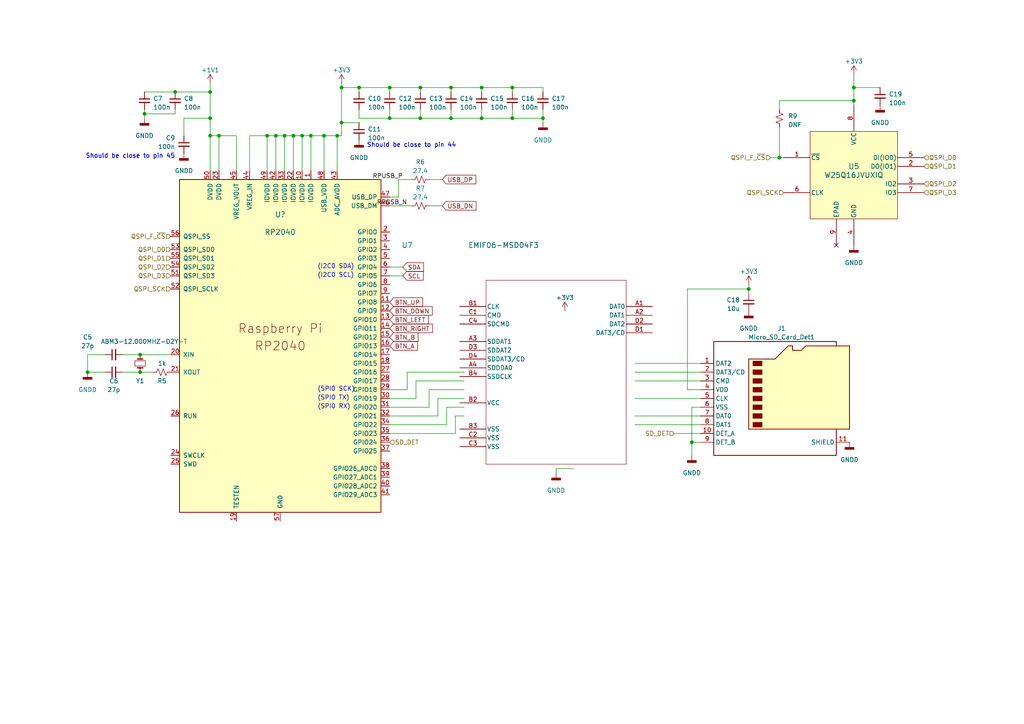
<source format=kicad_sch>
(kicad_sch (version 20230121) (generator eeschema)
  (paper "A4")
  (lib_symbols
    (symbol "Connector:Micro_SD_Card_Det2"
      (property "Reference" "J" (at -16.51 17.78 0))
      (property "Value" "Micro_SD_Card_Det2" (at 16.51 17.78 0))
      (symbol "Micro_SD_Card_Det2_0_1"
        (rectangle (start -7.62 -6.985) (end -5.08 -8.255) (stroke (width 0.254)) (fill (type outline)))
        (rectangle (start -7.62 -4.445) (end -5.08 -5.715) (stroke (width 0.254)) (fill (type outline)))
        (rectangle (start -7.62 -1.905) (end -5.08 -3.175) (stroke (width 0.254)) (fill (type outline)))
        (rectangle (start -7.62 0.635) (end -5.08 -0.635) (stroke (width 0.254)) (fill (type outline)))
        (rectangle (start -7.62 3.175) (end -5.08 1.905) (stroke (width 0.254)) (fill (type outline)))
        (rectangle (start -7.62 5.715) (end -5.08 4.445) (stroke (width 0.254)) (fill (type outline)))
        (rectangle (start -7.62 8.255) (end -5.08 6.985) (stroke (width 0.254)) (fill (type outline)))
        (rectangle (start -7.62 10.795) (end -5.08 9.525) (stroke (width 0.254)) (fill (type outline)))
        (polyline (pts (xy 16.51 15.24) (xy 16.51 16.51) (xy -19.05 16.51) (xy -19.05 -16.51) (xy 16.51 -16.51) (xy 16.51 -8.89)) (stroke (width 0.254)))
        (polyline (pts (xy -8.89 -8.89) (xy -8.89 11.43) (xy -1.27 11.43) (xy 2.54 15.24) (xy 3.81 15.24) (xy 3.81 13.97) (xy 6.35 13.97) (xy 7.62 15.24) (xy 20.32 15.24) (xy 20.32 -8.89) (xy -8.89 -8.89)) (stroke (width 0.254)) (fill (type background)))
      )
      (symbol "Micro_SD_Card_Det2_1_1"
        (pin bidirectional line (at -22.86 10.16 0) (length 3.81) (name "DAT2") (number "1"))
        (pin passive line (at -22.86 -10.16 0) (length 3.81) (name "DET_A") (number "10"))
        (pin passive line (at 20.32 -12.7 180) (length 3.81) (name "SHIELD") (number "11"))
        (pin bidirectional line (at -22.86 7.62 0) (length 3.81) (name "DAT3/CD") (number "2"))
        (pin input line (at -22.86 5.08 0) (length 3.81) (name "CMD") (number "3"))
        (pin power_in line (at -22.86 2.54 0) (length 3.81) (name "VDD") (number "4"))
        (pin input line (at -22.86 0 0) (length 3.81) (name "CLK") (number "5"))
        (pin power_in line (at -22.86 -2.54 0) (length 3.81) (name "VSS") (number "6"))
        (pin bidirectional line (at -22.86 -5.08 0) (length 3.81) (name "DAT0") (number "7"))
        (pin bidirectional line (at -22.86 -7.62 0) (length 3.81) (name "DAT1") (number "8"))
        (pin passive line (at -22.86 -12.7 0) (length 3.81) (name "DET_B") (number "9"))
      )
    )
    (symbol "Device:C_Small" (pin_numbers hide) (pin_names (offset 0.254) hide)
      (property "Reference" "C" (at 0.254 1.778 0))
      (property "Value" "C_Small" (at 0.254 -2.032 0))
      (symbol "C_Small_0_1"
        (polyline (pts (xy -1.524 -0.508) (xy 1.524 -0.508)) (stroke (width 0.3302)))
        (polyline (pts (xy -1.524 0.508) (xy 1.524 0.508)) (stroke (width 0.3048)))
      )
      (symbol "C_Small_1_1"
        (pin passive line (at 0 2.54 270) (length 2.032) (name "~") (number "1"))
        (pin passive line (at 0 -2.54 90) (length 2.032) (name "~") (number "2"))
      )
    )
    (symbol "Device:Crystal_Small" (pin_numbers hide) (pin_names (offset 1.016) hide)
      (property "Reference" "Y" (at 0 2.54 0))
      (property "Value" "Crystal_Small" (at 0 -2.54 0))
      (symbol "Crystal_Small_0_1"
        (rectangle (start -0.762 -1.524) (end 0.762 1.524))
        (polyline (pts (xy -1.27 -0.762) (xy -1.27 0.762)) (stroke (width 0.381)))
        (polyline (pts (xy 1.27 -0.762) (xy 1.27 0.762)) (stroke (width 0.381)))
      )
      (symbol "Crystal_Small_1_1"
        (pin passive line (at -2.54 0 0) (length 1.27) (name "1") (number "1"))
        (pin passive line (at 2.54 0 180) (length 1.27) (name "2") (number "2"))
      )
    )
    (symbol "Device:R_Small_US" (pin_numbers hide) (pin_names (offset 0.254) hide)
      (property "Reference" "R" (at 0.762 0.508 0))
      (property "Value" "R_Small_US" (at 0.762 -1.016 0))
      (symbol "R_Small_US_1_1"
        (polyline (pts (xy 0 0) (xy 1.016 -0.381) (xy 0 -0.762) (xy -1.016 -1.143) (xy 0 -1.524)))
        (polyline (pts (xy 0 1.524) (xy 1.016 1.143) (xy 0 0.762) (xy -1.016 0.381) (xy 0 0)))
        (pin passive line (at 0 2.54 270) (length 1.016) (name "~") (number "1"))
        (pin passive line (at 0 -2.54 90) (length 1.016) (name "~") (number "2"))
      )
    )
    (symbol "W25Q16JVUX:W25Q16JVUXIQ" (pin_names (offset 0.254))
      (property "Reference" "U6" (at 0 2.54 0))
      (property "Value" "W25Q16JVUXIQ" (at 0 0 0))
      (symbol "W25Q16JVUXIQ_0_1"
        (pin unspecified line (at 20.32 2.54 180) (length 7.62) (name "DO(IO1)") (number "2"))
        (pin unspecified line (at 0 -20.32 90) (length 7.62) (name "GND") (number "4"))
        (pin unspecified line (at -20.32 -5.08 0) (length 7.62) (name "CLK") (number "6"))
        (pin unspecified line (at 0 20.32 270) (length 7.62) (name "VCC") (number "8"))
        (pin unspecified line (at -5.08 -20.32 90) (length 7.62) (name "EPAD") (number "9"))
      )
      (symbol "W25Q16JVUXIQ_1_1"
        (rectangle (start -12.7 12.7) (end 12.7 -12.7) (fill (type background)))
        (pin unspecified line (at -20.32 5.08 0) (length 7.62) (name "~{CS}") (number "1"))
        (pin unspecified line (at 20.32 -2.54 180) (length 7.62) (name "IO2") (number "3"))
        (pin unspecified line (at 20.32 5.08 180) (length 7.62) (name "DI(IO0)") (number "5"))
        (pin unspecified line (at 20.32 -5.08 180) (length 7.62) (name "IO3") (number "7"))
      )
    )
    (symbol "power:+1V1" (power) (pin_names (offset 0))
      (property "Value" "+1V1" (at 0 3.556 0))
      (symbol "+1V1_0_1"
        (polyline (pts (xy -0.762 1.27) (xy 0 2.54)))
        (polyline (pts (xy 0 0) (xy 0 2.54)))
        (polyline (pts (xy 0 2.54) (xy 0.762 1.27)))
      )
      (symbol "+1V1_1_1"
        (pin power_in line (at 0 0 90) (length 0) hide (name "+1V1") (number "1"))
      )
    )
    (symbol "power:+3V3" (power) (pin_names (offset 0))
      (property "Value" "+3V3" (at 0 3.556 0))
      (symbol "+3V3_0_1"
        (polyline (pts (xy -0.762 1.27) (xy 0 2.54)))
        (polyline (pts (xy 0 0) (xy 0 2.54)))
        (polyline (pts (xy 0 2.54) (xy 0.762 1.27)))
      )
      (symbol "+3V3_1_1"
        (pin power_in line (at 0 0 90) (length 0) hide (name "+3V3") (number "1"))
      )
    )
    (symbol "power:GNDD" (power) (pin_names (offset 0))
      (property "Value" "GNDD" (at 0 -3.175 0))
      (symbol "GNDD_0_1"
        (rectangle (start -1.27 -1.524) (end 1.27 -2.032) (stroke (width 0.254)) (fill (type outline)))
        (polyline (pts (xy 0 0) (xy 0 -1.524)))
      )
      (symbol "GNDD_1_1"
        (pin power_in line (at 0 0 270) (length 0) hide (name "GNDD") (number "1"))
      )
    )
    (symbol "vgmplayer:EMIF06-MSD04F3" (pin_names (offset 0.254))
      (property "Reference" "U" (at 27.94 12.7 0))
      (property "Value" "EMIF06-MSD04F3" (at 27.94 10.16 0))
      (symbol "EMIF06-MSD04F3_0_1"
        (polyline (pts (xy 7.62 -45.72) (xy 48.26 -45.72)) (stroke (width 0.127)))
        (polyline (pts (xy 7.62 7.62) (xy 7.62 -45.72)) (stroke (width 0.127)))
        (polyline (pts (xy 48.26 -45.72) (xy 48.26 7.62)) (stroke (width 0.127)))
        (polyline (pts (xy 48.26 7.62) (xy 7.62 7.62)) (stroke (width 0.127)))
        (pin bidirectional line (at 55.88 0 180) (length 7.62) (name "DAT0") (number "A1"))
        (pin bidirectional line (at 55.88 -2.54 180) (length 7.62) (name "DAT1") (number "A2"))
        (pin bidirectional line (at 0 -10.16 0) (length 7.62) (name "SDDAT1") (number "A3"))
        (pin unspecified line (at 0 -17.78 0) (length 7.62) (name "SDDDA0") (number "A4"))
        (pin unspecified line (at 0 0 0) (length 7.62) (name "CLK") (number "B1"))
        (pin power_in line (at 0 -27.94 0) (length 7.62) (name "VCC") (number "B2"))
        (pin power_out line (at 0 -35.56 0) (length 7.62) (name "VSS") (number "B3"))
        (pin unspecified line (at 0 -20.32 0) (length 7.62) (name "SSDCLK") (number "B4"))
        (pin unspecified line (at 0 -2.54 0) (length 7.62) (name "CMD") (number "C1"))
        (pin power_out line (at 0 -38.1 0) (length 7.62) (name "VSS") (number "C2"))
        (pin power_out line (at 0 -40.64 0) (length 7.62) (name "VSS") (number "C3"))
        (pin unspecified line (at 0 -5.08 0) (length 7.62) (name "SDCMD") (number "C4"))
        (pin bidirectional line (at 55.88 -7.62 180) (length 7.62) (name "DAT3/CD") (number "D1"))
        (pin bidirectional line (at 55.88 -5.08 180) (length 7.62) (name "DAT2") (number "D2"))
        (pin bidirectional line (at 0 -12.7 0) (length 7.62) (name "SDDAT2") (number "D3"))
        (pin bidirectional line (at 0 -15.24 0) (length 7.62) (name "SDDAT3/CD") (number "D4"))
      )
    )
    (symbol "vgmplayer:RP2040" (pin_names (offset 1.016))
      (property "Reference" "U" (at -29.21 49.53 0))
      (property "Value" "RP2040" (at 24.13 -49.53 0))
      (symbol "RP2040_0_0"
        (text "Raspberry Pi" (at 0 5.08 0) (effects (font (size 2.54 2.54))))
        (text "RP2040" (at 0 0 0) (effects (font (size 2.54 2.54))))
      )
      (symbol "RP2040_0_1"
        (rectangle (start 29.21 48.26) (end -29.21 -48.26) (stroke (width 0.254)) (fill (type background)))
      )
      (symbol "RP2040_1_1"
        (pin power_in line (at 8.89 50.8 270) (length 2.54) (name "IOVDD") (number "1"))
        (pin power_in line (at 6.35 50.8 270) (length 2.54) (name "IOVDD") (number "10"))
        (pin bidirectional line (at 31.75 12.7 180) (length 2.54) (name "GPIO8") (number "11"))
        (pin bidirectional line (at 31.75 10.16 180) (length 2.54) (name "GPIO9") (number "12"))
        (pin bidirectional line (at 31.75 7.62 180) (length 2.54) (name "GPIO10") (number "13"))
        (pin bidirectional line (at 31.75 5.08 180) (length 2.54) (name "GPIO11") (number "14"))
        (pin bidirectional line (at 31.75 2.54 180) (length 2.54) (name "GPIO12") (number "15"))
        (pin bidirectional line (at 31.75 0 180) (length 2.54) (name "GPIO13") (number "16"))
        (pin bidirectional line (at 31.75 -2.54 180) (length 2.54) (name "GPIO14") (number "17"))
        (pin bidirectional line (at 31.75 -5.08 180) (length 2.54) (name "GPIO15") (number "18"))
        (pin passive line (at -12.7 -50.8 90) (length 2.54) (name "TESTEN") (number "19"))
        (pin bidirectional line (at 31.75 33.02 180) (length 2.54) (name "GPIO0") (number "2"))
        (pin input line (at -31.75 -2.54 0) (length 2.54) (name "XIN") (number "20"))
        (pin passive line (at -31.75 -7.62 0) (length 2.54) (name "XOUT") (number "21"))
        (pin power_in line (at 3.81 50.8 270) (length 2.54) (name "IOVDD") (number "22"))
        (pin power_in line (at -17.78 50.8 270) (length 2.54) (name "DVDD") (number "23"))
        (pin output line (at -31.75 -31.75 0) (length 2.54) (name "SWCLK") (number "24"))
        (pin bidirectional line (at -31.75 -34.29 0) (length 2.54) (name "SWD") (number "25"))
        (pin input line (at -31.75 -20.32 0) (length 2.54) (name "RUN") (number "26"))
        (pin bidirectional line (at 31.75 -7.62 180) (length 2.54) (name "GPIO16") (number "27"))
        (pin bidirectional line (at 31.75 -10.16 180) (length 2.54) (name "GPIO17") (number "28"))
        (pin bidirectional line (at 31.75 -12.7 180) (length 2.54) (name "GPIO18") (number "29"))
        (pin bidirectional line (at 31.75 30.48 180) (length 2.54) (name "GPIO1") (number "3"))
        (pin bidirectional line (at 31.75 -15.24 180) (length 2.54) (name "GPIO19") (number "30"))
        (pin bidirectional line (at 31.75 -17.78 180) (length 2.54) (name "GPIO20") (number "31"))
        (pin bidirectional line (at 31.75 -20.32 180) (length 2.54) (name "GPIO21") (number "32"))
        (pin power_in line (at 1.27 50.8 270) (length 2.54) (name "IOVDD") (number "33"))
        (pin bidirectional line (at 31.75 -22.86 180) (length 2.54) (name "GPIO22") (number "34"))
        (pin bidirectional line (at 31.75 -25.4 180) (length 2.54) (name "GPIO23") (number "35"))
        (pin bidirectional line (at 31.75 -27.94 180) (length 2.54) (name "GPIO24") (number "36"))
        (pin bidirectional line (at 31.75 -30.48 180) (length 2.54) (name "GPIO25") (number "37"))
        (pin bidirectional line (at 31.75 -35.56 180) (length 2.54) (name "GPIO26_ADC0") (number "38"))
        (pin bidirectional line (at 31.75 -38.1 180) (length 2.54) (name "GPIO27_ADC1") (number "39"))
        (pin bidirectional line (at 31.75 27.94 180) (length 2.54) (name "GPIO2") (number "4"))
        (pin bidirectional line (at 31.75 -40.64 180) (length 2.54) (name "GPIO28_ADC2") (number "40"))
        (pin bidirectional line (at 31.75 -43.18 180) (length 2.54) (name "GPIO29_ADC3") (number "41"))
        (pin power_in line (at -1.27 50.8 270) (length 2.54) (name "IOVDD") (number "42"))
        (pin power_in line (at 16.51 50.8 270) (length 2.54) (name "ADC_AVDD") (number "43"))
        (pin power_in line (at -8.89 50.8 270) (length 2.54) (name "VREG_IN") (number "44"))
        (pin power_out line (at -12.7 50.8 270) (length 2.54) (name "VREG_VOUT") (number "45"))
        (pin bidirectional line (at 31.75 40.64 180) (length 2.54) (name "USB_DM") (number "46"))
        (pin bidirectional line (at 31.75 43.18 180) (length 2.54) (name "USB_DP") (number "47"))
        (pin power_in line (at 12.7 50.8 270) (length 2.54) (name "USB_VDD") (number "48"))
        (pin power_in line (at -3.81 50.8 270) (length 2.54) (name "IOVDD") (number "49"))
        (pin bidirectional line (at 31.75 25.4 180) (length 2.54) (name "GPIO3") (number "5"))
        (pin power_in line (at -20.32 50.8 270) (length 2.54) (name "DVDD") (number "50"))
        (pin bidirectional line (at -31.75 20.32 0) (length 2.54) (name "QSPI_SD3") (number "51"))
        (pin output line (at -31.75 16.51 0) (length 2.54) (name "QSPI_SCLK") (number "52"))
        (pin bidirectional line (at -31.75 27.94 0) (length 2.54) (name "QSPI_SD0") (number "53"))
        (pin bidirectional line (at -31.75 22.86 0) (length 2.54) (name "QSPI_SD2") (number "54"))
        (pin bidirectional line (at -31.75 25.4 0) (length 2.54) (name "QSPI_SD1") (number "55"))
        (pin bidirectional line (at -31.75 31.75 0) (length 2.54) (name "QSPI_SS") (number "56"))
        (pin power_in line (at 0 -50.8 90) (length 2.54) (name "GND") (number "57"))
        (pin bidirectional line (at 31.75 22.86 180) (length 2.54) (name "GPIO4") (number "6"))
        (pin bidirectional line (at 31.75 20.32 180) (length 2.54) (name "GPIO5") (number "7"))
        (pin bidirectional line (at 31.75 17.78 180) (length 2.54) (name "GPIO6") (number "8"))
        (pin bidirectional line (at 31.75 15.24 180) (length 2.54) (name "GPIO7") (number "9"))
      )
    )
  )
  (junction (at 77.47 39.37))
  (junction (at 85.09 39.37))
  (junction (at 40.64 107.95))
  (junction (at 247.65 29.21))
  (junction (at 121.92 25.4))
  (junction (at 25.4 107.95))
  (junction (at 148.59 34.29))
  (junction (at 93.98 39.37))
  (junction (at 130.81 25.4))
  (junction (at 148.59 25.4))
  (junction (at 40.64 102.87))
  (junction (at 139.7 34.29))
  (junction (at 247.65 25.4))
  (junction (at 99.06 25.4))
  (junction (at 217.17 83.82))
  (junction (at 113.03 34.29))
  (junction (at 226.06 45.72))
  (junction (at 90.17 39.37))
  (junction (at 97.79 39.37))
  (junction (at 139.7 25.4))
  (junction (at 60.96 34.29))
  (junction (at 113.03 25.4))
  (junction (at 80.01 39.37))
  (junction (at 60.96 39.37))
  (junction (at 99.06 35.56))
  (junction (at 157.48 34.29))
  (junction (at 200.66 128.27))
  (junction (at 104.14 25.4))
  (junction (at 82.55 39.37))
  (junction (at 87.63 39.37))
  (junction (at 130.81 34.29))
  (junction (at 63.5 39.37))
  (junction (at 50.8 26.67))
  (junction (at 41.91 33.02))
  (junction (at 121.92 34.29))
  (junction (at 60.96 26.67))
  (no_connect (at 242.57 71.12))
  (wire (pts (xy 63.5 39.37) (xy 68.58 39.37)))
  (wire (pts (xy 129.54 123.19) (xy 129.54 118.11)))
  (wire (pts (xy 99.06 35.56) (xy 104.14 35.56)))
  (wire (pts (xy 130.81 25.4) (xy 139.7 25.4)))
  (wire (pts (xy 121.92 25.4) (xy 121.92 26.67)))
  (wire (pts (xy 63.5 39.37) (xy 63.5 49.53)))
  (wire (pts (xy 99.06 24.13) (xy 99.06 25.4)))
  (wire (pts (xy 247.65 21.59) (xy 247.65 25.4)))
  (wire (pts (xy 60.96 34.29) (xy 60.96 39.37)))
  (wire (pts (xy 104.14 26.67) (xy 104.14 25.4)))
  (wire (pts (xy 217.17 83.82) (xy 199.39 83.82)))
  (wire (pts (xy 139.7 31.75) (xy 139.7 34.29)))
  (wire (pts (xy 184.15 115.57) (xy 203.2 115.57)))
  (wire (pts (xy 60.96 26.67) (xy 60.96 34.29)))
  (wire (pts (xy 124.46 52.07) (xy 128.27 52.07)))
  (wire (pts (xy 247.65 25.4) (xy 247.65 29.21)))
  (wire (pts (xy 118.11 113.03) (xy 118.11 107.95)))
  (wire (pts (xy 200.66 118.11) (xy 200.66 128.27)))
  (wire (pts (xy 199.39 83.82) (xy 199.39 113.03)))
  (wire (pts (xy 115.57 52.07) (xy 119.38 52.07)))
  (wire (pts (xy 161.29 135.89) (xy 161.29 137.16)))
  (wire (pts (xy 97.79 39.37) (xy 97.79 49.53)))
  (wire (pts (xy 104.14 34.29) (xy 113.03 34.29)))
  (wire (pts (xy 121.92 34.29) (xy 130.81 34.29)))
  (wire (pts (xy 77.47 39.37) (xy 72.39 39.37)))
  (wire (pts (xy 203.2 118.11) (xy 200.66 118.11)))
  (wire (pts (xy 25.4 107.95) (xy 25.4 102.87)))
  (wire (pts (xy 25.4 107.95) (xy 30.48 107.95)))
  (wire (pts (xy 90.17 39.37) (xy 93.98 39.37)))
  (wire (pts (xy 40.64 107.95) (xy 44.45 107.95)))
  (wire (pts (xy 139.7 34.29) (xy 148.59 34.29)))
  (wire (pts (xy 113.03 59.69) (xy 119.38 59.69)))
  (wire (pts (xy 41.91 26.67) (xy 50.8 26.67)))
  (wire (pts (xy 113.03 120.65) (xy 127 120.65)))
  (wire (pts (xy 120.65 110.49) (xy 134.62 110.49)))
  (wire (pts (xy 113.03 123.19) (xy 129.54 123.19)))
  (wire (pts (xy 116.84 77.47) (xy 113.03 77.47)))
  (wire (pts (xy 113.03 31.75) (xy 113.03 34.29)))
  (wire (pts (xy 217.17 82.55) (xy 217.17 83.82)))
  (wire (pts (xy 41.91 33.02) (xy 41.91 34.29)))
  (wire (pts (xy 247.65 29.21) (xy 247.65 30.48)))
  (wire (pts (xy 53.34 39.37) (xy 53.34 34.29)))
  (wire (pts (xy 87.63 39.37) (xy 87.63 49.53)))
  (wire (pts (xy 118.11 107.95) (xy 134.62 107.95)))
  (wire (pts (xy 53.34 34.29) (xy 60.96 34.29)))
  (wire (pts (xy 41.91 31.75) (xy 41.91 33.02)))
  (wire (pts (xy 50.8 26.67) (xy 60.96 26.67)))
  (wire (pts (xy 157.48 34.29) (xy 157.48 31.75)))
  (wire (pts (xy 25.4 102.87) (xy 30.48 102.87)))
  (wire (pts (xy 184.15 123.19) (xy 203.2 123.19)))
  (wire (pts (xy 60.96 39.37) (xy 63.5 39.37)))
  (wire (pts (xy 93.98 39.37) (xy 97.79 39.37)))
  (wire (pts (xy 161.29 135.89) (xy 166.37 135.89)))
  (wire (pts (xy 35.56 102.87) (xy 40.64 102.87)))
  (wire (pts (xy 113.03 25.4) (xy 121.92 25.4)))
  (wire (pts (xy 124.46 118.11) (xy 124.46 113.03)))
  (wire (pts (xy 226.06 31.75) (xy 226.06 29.21)))
  (wire (pts (xy 203.2 113.03) (xy 199.39 113.03)))
  (wire (pts (xy 184.15 120.65) (xy 203.2 120.65)))
  (wire (pts (xy 104.14 25.4) (xy 99.06 25.4)))
  (wire (pts (xy 121.92 31.75) (xy 121.92 34.29)))
  (wire (pts (xy 139.7 25.4) (xy 139.7 26.67)))
  (wire (pts (xy 40.64 102.87) (xy 49.53 102.87)))
  (wire (pts (xy 130.81 31.75) (xy 130.81 34.29)))
  (wire (pts (xy 130.81 25.4) (xy 130.81 26.67)))
  (wire (pts (xy 113.03 125.73) (xy 132.08 125.73)))
  (wire (pts (xy 148.59 25.4) (xy 148.59 26.67)))
  (wire (pts (xy 148.59 34.29) (xy 157.48 34.29)))
  (wire (pts (xy 90.17 39.37) (xy 90.17 49.53)))
  (wire (pts (xy 85.09 39.37) (xy 87.63 39.37)))
  (wire (pts (xy 113.03 34.29) (xy 121.92 34.29)))
  (wire (pts (xy 104.14 25.4) (xy 113.03 25.4)))
  (wire (pts (xy 217.17 83.82) (xy 217.17 85.09)))
  (wire (pts (xy 226.06 45.72) (xy 227.33 45.72)))
  (wire (pts (xy 226.06 29.21) (xy 247.65 29.21)))
  (wire (pts (xy 113.03 113.03) (xy 118.11 113.03)))
  (wire (pts (xy 113.03 118.11) (xy 124.46 118.11)))
  (wire (pts (xy 99.06 39.37) (xy 99.06 35.56)))
  (wire (pts (xy 113.03 25.4) (xy 113.03 26.67)))
  (wire (pts (xy 113.03 57.15) (xy 115.57 57.15)))
  (wire (pts (xy 247.65 25.4) (xy 255.27 25.4)))
  (wire (pts (xy 127 120.65) (xy 127 115.57)))
  (wire (pts (xy 127 115.57) (xy 134.62 115.57)))
  (wire (pts (xy 203.2 128.27) (xy 200.66 128.27)))
  (wire (pts (xy 120.65 115.57) (xy 120.65 110.49)))
  (wire (pts (xy 184.15 107.95) (xy 203.2 107.95)))
  (wire (pts (xy 124.46 59.69) (xy 128.27 59.69)))
  (wire (pts (xy 184.15 110.49) (xy 203.2 110.49)))
  (wire (pts (xy 195.58 125.73) (xy 203.2 125.73)))
  (wire (pts (xy 132.08 125.73) (xy 132.08 120.65)))
  (wire (pts (xy 184.15 105.41) (xy 203.2 105.41)))
  (wire (pts (xy 80.01 39.37) (xy 80.01 49.53)))
  (wire (pts (xy 157.48 34.29) (xy 157.48 35.56)))
  (wire (pts (xy 72.39 39.37) (xy 72.39 49.53)))
  (wire (pts (xy 157.48 25.4) (xy 157.48 26.67)))
  (wire (pts (xy 139.7 25.4) (xy 148.59 25.4)))
  (wire (pts (xy 87.63 39.37) (xy 90.17 39.37)))
  (wire (pts (xy 60.96 39.37) (xy 60.96 49.53)))
  (wire (pts (xy 82.55 39.37) (xy 85.09 39.37)))
  (wire (pts (xy 148.59 31.75) (xy 148.59 34.29)))
  (wire (pts (xy 113.03 115.57) (xy 120.65 115.57)))
  (wire (pts (xy 41.91 33.02) (xy 50.8 33.02)))
  (wire (pts (xy 68.58 39.37) (xy 68.58 49.53)))
  (wire (pts (xy 130.81 34.29) (xy 139.7 34.29)))
  (wire (pts (xy 223.52 45.72) (xy 226.06 45.72)))
  (wire (pts (xy 121.92 25.4) (xy 130.81 25.4)))
  (wire (pts (xy 80.01 39.37) (xy 77.47 39.37)))
  (wire (pts (xy 226.06 36.83) (xy 226.06 45.72)))
  (wire (pts (xy 93.98 39.37) (xy 93.98 49.53)))
  (wire (pts (xy 99.06 25.4) (xy 99.06 35.56)))
  (wire (pts (xy 116.84 80.01) (xy 113.03 80.01)))
  (wire (pts (xy 129.54 118.11) (xy 134.62 118.11)))
  (wire (pts (xy 104.14 31.75) (xy 104.14 34.29)))
  (wire (pts (xy 200.66 128.27) (xy 200.66 132.08)))
  (wire (pts (xy 35.56 107.95) (xy 40.64 107.95)))
  (wire (pts (xy 115.57 57.15) (xy 115.57 52.07)))
  (wire (pts (xy 124.46 113.03) (xy 134.62 113.03)))
  (wire (pts (xy 50.8 33.02) (xy 50.8 31.75)))
  (wire (pts (xy 132.08 120.65) (xy 134.62 120.65)))
  (wire (pts (xy 97.79 39.37) (xy 99.06 39.37)))
  (wire (pts (xy 77.47 39.37) (xy 77.47 49.53)))
  (wire (pts (xy 60.96 24.13) (xy 60.96 26.67)))
  (wire (pts (xy 82.55 39.37) (xy 82.55 49.53)))
  (wire (pts (xy 80.01 39.37) (xy 82.55 39.37)))
  (wire (pts (xy 148.59 25.4) (xy 157.48 25.4)))
  (wire (pts (xy 85.09 39.37) (xy 85.09 49.53)))
  (text "(I2C0 SCL)" (at 92.075 80.645 0) (effects (font (size 1.27 1.27)) (justify left bottom)))
  (text "(SPI0 TX)" (at 92.075 116.205 0) (effects (font (size 1.27 1.27)) (justify left bottom)))
  (text "(I2C0 SDA)" (at 92.075 78.105 0) (effects (font (size 1.27 1.27)) (justify left bottom)))
  (text "(SPI0 SCK)" (at 92.075 113.665 0) (effects (font (size 1.27 1.27)) (justify left bottom)))
  (text "(SPI0 RX)" (at 92.075 118.745 0) (effects (font (size 1.27 1.27)) (justify left bottom)))
  (label "RPUSB_P" (at 116.84 52.07 180))
  (label "RPUSB_N" (at 118.11 59.69 180))
  (global_label "USB_DN" (shape input) (at 128.27 59.69 0) (property "Intersheetrefs" "${INTERSHEET_REFS}" (effects hide)))
  (global_label "SCL" (shape input) (at 116.84 80.01 0) (property "Intersheetrefs" "${INTERSHEET_REFS}" (effects hide)))
  (global_label "BTN_DOWN" (shape input) (at 113.03 90.17 0) (property "Intersheetrefs" "${INTERSHEET_REFS}" (effects hide)))
  (global_label "BTN_A" (shape input) (at 113.03 100.33 0) (property "Intersheetrefs" "${INTERSHEET_REFS}" (effects hide)))
  (global_label "BTN_UP" (shape input) (at 113.03 87.63 0) (property "Intersheetrefs" "${INTERSHEET_REFS}" (effects hide)))
  (global_label "BTN_RIGHT" (shape input) (at 113.03 95.25 0) (property "Intersheetrefs" "${INTERSHEET_REFS}" (effects hide)))
  (global_label "BTN_LEFT" (shape input) (at 113.03 92.71 0) (property "Intersheetrefs" "${INTERSHEET_REFS}" (effects hide)))
  (global_label "USB_DP" (shape input) (at 128.27 52.07 0) (property "Intersheetrefs" "${INTERSHEET_REFS}" (effects hide)))
  (global_label "SDA" (shape input) (at 116.84 77.47 0) (property "Intersheetrefs" "${INTERSHEET_REFS}" (effects hide)))
  (global_label "BTN_B" (shape input) (at 113.03 97.79 0) (property "Intersheetrefs" "${INTERSHEET_REFS}" (effects hide)))
  (hierarchical_label "QSPI_D0" (shape input) (at 267.97 45.72 0))
  (hierarchical_label "QSPI_D1" (shape input) (at 267.97 48.26 0))
  (hierarchical_label "QSPI_D2" (shape input) (at 49.53 77.47 180))
  (hierarchical_label "SD_DET" (shape input) (at 195.58 125.73 180))
  (hierarchical_label "QSPI_D2" (shape input) (at 267.97 53.34 0))
  (hierarchical_label "QSPI_SCK" (shape input) (at 227.33 55.88 180))
  (hierarchical_label "QSPI_F_~{CS}" (shape input) (at 223.52 45.72 180))
  (hierarchical_label "SD_DET" (shape input) (at 113.03 128.27 0))
  (hierarchical_label "QSPI_D3" (shape input) (at 49.53 80.01 180))
  (hierarchical_label "QSPI_D0" (shape input) (at 49.53 72.39 180))
  (hierarchical_label "QSPI_D3" (shape input) (at 267.97 55.88 0))
  (hierarchical_label "QSPI_F_~{CS}" (shape input) (at 49.53 68.58 180))
  (hierarchical_label "QSPI_D1" (shape input) (at 49.53 74.93 180))
  (hierarchical_label "QSPI_SCK" (shape input) (at 49.53 83.82 180))
  (symbol (lib_id "Device:C_Small") (at 130.81 29.21 0) (unit 1)
    (property "Reference" "C14" (at 133.35 28.5813 0) (effects (justify left)))
    (property "Value" "100n" (at 133.35 31.1213 0) (effects (justify left)))
    (property "Footprint" "Capacitor_SMD:C_0402_1005Metric" (effects hide))
  )
  (symbol (lib_id "W25Q16JVUX:W25Q16JVUXIQ") (at 247.65 50.8 0) (unit 1)
    (property "Reference" "U5" (at 247.65 48.26 0) (effects (font (size 1.524 1.524))))
    (property "Value" "W25Q16JVUXIQ" (at 247.65 50.8 0) (effects (font (size 1.524 1.524))))
    (property "Footprint" "vgmplayer:W25Q16JVUXIQ_WIN" (effects hide))
    (property "Datasheet" "W25Q16JVUXIQ" (effects hide))
    (instances (project "gb_board" (path "" (reference "U5") (unit 1)) (path "" (reference "U6") (unit 1))))
  )
  (symbol (lib_id "power:GNDD") (at 217.17 90.17 0) (unit 1)
    (property "Reference" "#PWR030" (effects hide))
    (property "Value" "GNDD" (at 217.17 95.25 0))
  )
  (symbol (lib_id "Device:R_Small_US") (at 226.06 34.29 0) (unit 1)
    (property "Reference" "R9" (at 228.6 33.655 0) (effects (justify left)))
    (property "Value" "DNF" (at 228.6 36.195 0) (effects (justify left)))
    (property "Footprint" "Resistor_SMD:R_0402_1005Metric" (effects hide))
  )
  (symbol (lib_id "Device:R_Small_US") (at 121.92 59.69 90) (unit 1)
    (property "Reference" "R7" (at 121.92 54.61 90))
    (property "Value" "27.4" (at 121.92 57.15 90))
    (property "Footprint" "Resistor_SMD:R_0402_1005Metric" (effects hide))
  )
  (symbol (lib_id "power:+3V3") (at 163.83 90.17 0) (unit 1)
    (property "Reference" "#PWR037" (effects hide))
    (property "Value" "+3V3" (at 163.83 86.36 0))
  )
  (symbol (lib_id "power:GNDD") (at 255.27 30.48 0) (unit 1)
    (property "Reference" "#PWR034" (effects hide))
    (property "Value" "GNDD" (at 255.27 35.56 0))
  )
  (symbol (lib_id "power:+3V3") (at 217.17 82.55 0) (unit 1)
    (property "Reference" "#PWR029" (effects hide))
    (property "Value" "+3V3" (at 217.17 78.74 0))
  )
  (symbol (lib_id "Device:C_Small") (at 255.27 27.94 0) (unit 1)
    (property "Reference" "C19" (at 257.81 27.3113 0) (effects (justify left)))
    (property "Value" "100n" (at 257.81 29.8513 0) (effects (justify left)))
    (property "Footprint" "Capacitor_SMD:C_0402_1005Metric" (effects hide))
  )
  (symbol (lib_id "power:GNDD") (at 200.66 132.08 0) (unit 1)
    (property "Reference" "#PWR028" (effects hide))
    (property "Value" "GNDD" (at 200.66 137.16 0))
  )
  (symbol (lib_id "power:+3V3") (at 99.06 24.13 0) (unit 1)
    (property "Reference" "#PWR025" (effects hide))
    (property "Value" "+3V3" (at 99.06 20.32 0))
  )
  (symbol (lib_id "Device:C_Small") (at 104.14 29.21 0) (unit 1)
    (property "Reference" "C10" (at 106.68 28.5813 0) (effects (justify left)))
    (property "Value" "100n" (at 106.68 31.1213 0) (effects (justify left)))
    (property "Footprint" "Capacitor_SMD:C_0402_1005Metric" (effects hide))
  )
  (symbol (lib_id "Device:R_Small_US") (at 121.92 52.07 90) (unit 1)
    (property "Reference" "R6" (at 121.92 46.99 90))
    (property "Value" "27.4" (at 121.92 49.53 90))
    (property "Footprint" "Resistor_SMD:R_0402_1005Metric" (effects hide))
  )
  (symbol (lib_id "vgmplayer:EMIF06-MSD04F3") (at 133.35 88.9 0) (unit 1)
    (property "Reference" "U7" (at 118.11 71.12 0) (effects (font (size 1.524 1.524))))
    (property "Value" "EMIF06-MSD04F3" (at 146.05 71.12 0) (effects (font (size 1.524 1.524))))
    (property "Footprint" "vgmplayer:FLIPCHIP16_STM" (effects hide))
    (property "Datasheet" "EMIF06-MSD04F3" (effects hide))
  )
  (symbol (lib_id "Device:C_Small") (at 217.17 87.63 0) (mirror y) (unit 1)
    (property "Reference" "C18" (at 214.63 87.0013 0) (effects (justify left)))
    (property "Value" "10u" (at 214.63 89.5413 0) (effects (justify left)))
    (property "Footprint" "Capacitor_SMD:C_0603_1608Metric" (effects hide))
  )
  (symbol (lib_id "Device:C_Small") (at 157.48 29.21 0) (unit 1)
    (property "Reference" "C17" (at 160.02 28.5813 0) (effects (justify left)))
    (property "Value" "100n" (at 160.02 31.1213 0) (effects (justify left)))
    (property "Footprint" "Capacitor_SMD:C_0402_1005Metric" (effects hide))
  )
  (symbol (lib_id "Device:C_Small") (at 113.03 29.21 0) (unit 1)
    (property "Reference" "C12" (at 115.57 28.5813 0) (effects (justify left)))
    (property "Value" "100n" (at 115.57 31.1213 0) (effects (justify left)))
    (property "Footprint" "Capacitor_SMD:C_0402_1005Metric" (effects hide))
  )
  (symbol (lib_id "Device:Crystal_Small") (at 40.64 105.41 90) (mirror x) (unit 1)
    (property "Reference" "Y1" (at 39.37 110.49 90) (effects (justify right)))
    (property "Value" "ABM3-12.000MHZ-D2Y-T" (at 29.21 99.06 90) (effects (justify right)))
    (property "Footprint" "vgmplayer:XTAL_ABM3_ABR" (effects hide))
  )
  (symbol (lib_id "Device:C_Small") (at 50.8 29.21 0) (unit 1)
    (property "Reference" "C8" (at 53.34 28.5813 0) (effects (justify left)))
    (property "Value" "100n" (at 53.34 31.1213 0) (effects (justify left)))
    (property "Footprint" "Capacitor_SMD:C_0402_1005Metric" (effects hide))
  )
  (symbol (lib_id "power:GNDD") (at 246.38 128.27 0) (unit 1)
    (property "Reference" "#PWR033" (effects hide))
    (property "Value" "GNDD" (at 246.38 133.35 0))
  )
  (symbol (lib_id "power:GNDD") (at 25.4 107.95 0) (unit 1)
    (property "Reference" "#PWR021" (effects hide))
    (property "Value" "GNDD" (at 25.4 113.03 0))
  )
  (symbol (lib_id "Device:C_Small") (at 121.92 29.21 0) (unit 1)
    (property "Reference" "C13" (at 124.46 28.5813 0) (effects (justify left)))
    (property "Value" "100n" (at 124.46 31.1213 0) (effects (justify left)))
    (property "Footprint" "Capacitor_SMD:C_0402_1005Metric" (effects hide))
  )
  (symbol (lib_id "Device:C_Small") (at 33.02 102.87 90) (unit 1)
    (property "Reference" "C5" (at 25.4 97.79 90))
    (property "Value" "27p" (at 25.4 100.33 90))
    (property "Footprint" "Capacitor_SMD:C_0402_1005Metric" (effects hide))
  )
  (symbol (lib_id "power:+3V3") (at 247.65 21.59 0) (unit 1)
    (property "Reference" "#PWR031" (effects hide))
    (property "Value" "+3V3" (at 247.65 17.78 0))
  )
  (symbol (lib_id "vgmplayer:RP2040") (at 81.28 100.33 0) (unit 1)
    (property "Reference" "U?" (at 81.28 62.23 0) (effects (font (size 1.524 1.524))))
    (property "Value" "RP2040" (at 81.28 67.31 0) (effects (font (size 1.524 1.524))))
    (property "Footprint" "vgmplayer:RP2040-QFN-56" (effects hide))
    (instances (project "gb_board" (path "" (reference "U?") (unit 1)) (path "" (reference "U5") (unit 1))))
  )
  (symbol (lib_id "Device:C_Small") (at 139.7 29.21 0) (unit 1)
    (property "Reference" "C15" (at 142.24 28.5813 0) (effects (justify left)))
    (property "Value" "100n" (at 142.24 31.1213 0) (effects (justify left)))
    (property "Footprint" "Capacitor_SMD:C_0402_1005Metric" (effects hide))
  )
  (symbol (lib_id "Device:C_Small") (at 104.14 38.1 0) (unit 1)
    (property "Reference" "C11" (at 106.68 37.4713 0) (effects (justify left)))
    (property "Value" "100n" (at 106.68 40.0113 0) (effects (justify left)))
    (property "Footprint" "Capacitor_SMD:C_0402_1005Metric" (effects hide))
    (property "Note" "Should be close to pin 44" (at 119.38 41.91 0))
  )
  (symbol (lib_id "power:GNDD") (at 247.65 71.12 0) (unit 1)
    (property "Reference" "#PWR032" (effects hide))
    (property "Value" "GNDD" (at 247.65 76.2 0))
  )
  (symbol (lib_id "Device:R_Small_US") (at 46.99 107.95 90) (unit 1)
    (property "Reference" "R5" (at 46.99 110.49 90))
    (property "Value" "1k" (at 46.99 105.41 90))
    (property "Footprint" "Resistor_SMD:R_0402_1005Metric" (effects hide))
  )
  (symbol (lib_id "power:GNDD") (at 53.34 44.45 0) (unit 1)
    (property "Reference" "#PWR023" (effects hide))
    (property "Value" "GNDD" (at 53.34 49.53 0))
  )
  (symbol (lib_id "Device:C_Small") (at 41.91 29.21 0) (unit 1)
    (property "Reference" "C7" (at 44.45 28.5813 0) (effects (justify left)))
    (property "Value" "100n" (at 44.45 31.1213 0) (effects (justify left)))
    (property "Footprint" "Capacitor_SMD:C_0402_1005Metric" (effects hide))
  )
  (symbol (lib_id "power:+1V1") (at 60.96 24.13 0) (unit 1)
    (property "Reference" "#PWR024" (effects hide))
    (property "Value" "+1V1" (at 60.96 20.32 0))
  )
  (symbol (lib_id "power:GNDD") (at 104.14 40.64 0) (unit 1)
    (property "Reference" "#PWR026" (effects hide))
    (property "Value" "GNDD" (at 104.14 45.72 0))
  )
  (symbol (lib_id "Connector:Micro_SD_Card_Det2") (at 226.06 115.57 0) (unit 1)
    (property "Reference" "J1" (at 226.695 95.25 0))
    (property "Value" "Micro_SD_Card_Det1" (at 226.695 97.79 0))
    (property "Footprint" "vgmplayer:503398-1892_MOL" (effects hide))
    (property "Datasheet" "https://www.hirose.com/en/product/document?clcode=&productname=&series=DM3&documenttype=Catalog&lang=en&documentid=D49662_en" (effects hide))
  )
  (symbol (lib_id "Device:C_Small") (at 53.34 41.91 0) (mirror y) (unit 1)
    (property "Reference" "C9" (at 50.8 40.0113 0) (effects (justify left)))
    (property "Value" "100n" (at 50.8 42.5513 0) (effects (justify left)))
    (property "Footprint" "Capacitor_SMD:C_0402_1005Metric" (effects hide))
    (property "Note" "Should be close to pin 45" (at 50.8 45.0913 0) (effects (justify left)))
  )
  (symbol (lib_id "power:GNDD") (at 157.48 35.56 0) (unit 1)
    (property "Reference" "#PWR027" (effects hide))
    (property "Value" "GNDD" (at 157.48 40.64 0))
  )
  (symbol (lib_id "power:GNDD") (at 41.91 34.29 0) (unit 1)
    (property "Reference" "#PWR022" (effects hide))
    (property "Value" "GNDD" (at 41.91 39.37 0))
  )
  (symbol (lib_id "power:GNDD") (at 161.29 137.16 0) (unit 1)
    (property "Reference" "#PWR036" (effects hide))
    (property "Value" "GNDD" (at 161.29 142.24 0))
  )
  (symbol (lib_id "Device:C_Small") (at 33.02 107.95 90) (unit 1)
    (property "Reference" "C6" (at 33.02 110.49 90))
    (property "Value" "27p" (at 33.02 113.03 90))
    (property "Footprint" "Capacitor_SMD:C_0402_1005Metric" (effects hide))
  )
  (symbol (lib_id "Device:C_Small") (at 148.59 29.21 0) (unit 1)
    (property "Reference" "C16" (at 151.13 28.5813 0) (effects (justify left)))
    (property "Value" "100n" (at 151.13 31.1213 0) (effects (justify left)))
    (property "Footprint" "Capacitor_SMD:C_0402_1005Metric" (effects hide))
  )
)
</source>
